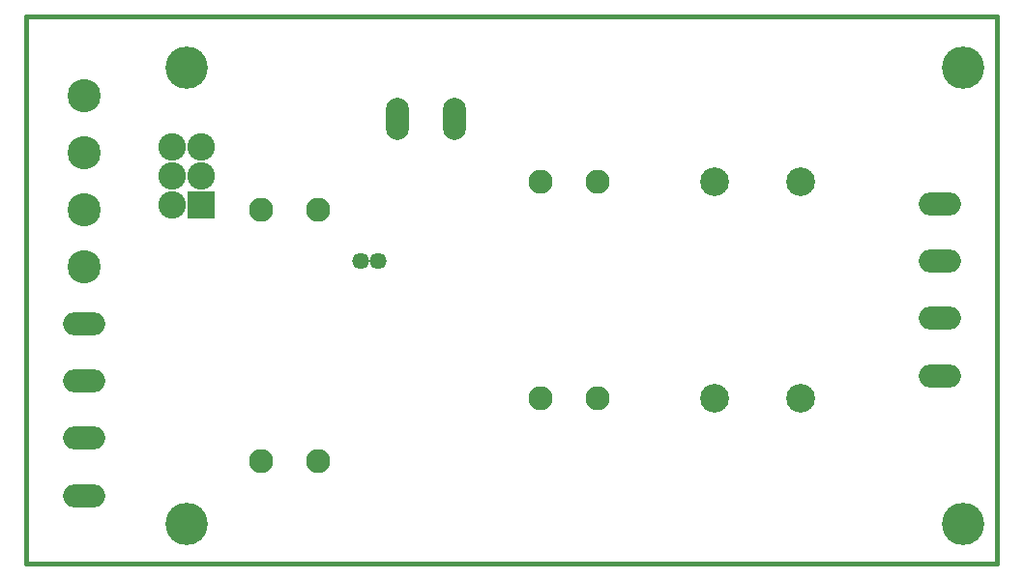
<source format=gbs>
G04 (created by PCBNEW-RS274X (2010-03-14)-final) date Wed 01 Feb 2012 01:55:13 GMT*
G01*
G70*
G90*
%MOIN*%
G04 Gerber Fmt 3.4, Leading zero omitted, Abs format*
%FSLAX34Y34*%
G04 APERTURE LIST*
%ADD10C,0.006000*%
%ADD11C,0.015000*%
%ADD12C,0.146000*%
%ADD13C,0.114500*%
%ADD14O,0.079100X0.146000*%
%ADD15O,0.146000X0.079100*%
%ADD16C,0.098700*%
%ADD17C,0.083000*%
%ADD18C,0.057400*%
%ADD19C,0.095000*%
%ADD20R,0.095000X0.095000*%
G04 APERTURE END LIST*
G54D10*
G54D11*
X67716Y-62205D02*
X34252Y-62205D01*
X67716Y-43307D02*
X67716Y-62205D01*
X34252Y-43307D02*
X67716Y-43307D01*
X34252Y-62205D02*
X34252Y-43307D01*
G54D12*
X39764Y-45079D03*
X39764Y-60827D03*
X66535Y-60827D03*
X66535Y-45079D03*
G54D13*
X36220Y-51968D03*
X36220Y-49999D03*
X36220Y-48031D03*
X36220Y-46062D03*
G54D14*
X47046Y-46850D03*
X49015Y-46850D03*
G54D15*
X65748Y-49802D03*
X65748Y-51771D03*
X36220Y-53936D03*
X36220Y-55905D03*
X36220Y-57873D03*
X36220Y-59842D03*
X65748Y-53739D03*
X65748Y-55708D03*
G54D16*
X57974Y-49016D03*
X60927Y-49016D03*
X57974Y-56496D03*
X60927Y-56496D03*
G54D17*
X42323Y-50000D03*
X44292Y-50000D03*
X42323Y-58661D03*
X44292Y-58661D03*
G54D18*
X45768Y-51772D03*
X46359Y-51772D03*
G54D19*
X39264Y-49819D03*
X39264Y-48819D03*
X39264Y-47819D03*
G54D20*
X40264Y-49819D03*
G54D19*
X40264Y-48819D03*
X40264Y-47819D03*
G54D17*
X53937Y-49016D03*
X51968Y-49016D03*
X53937Y-56496D03*
X51968Y-56496D03*
M02*

</source>
